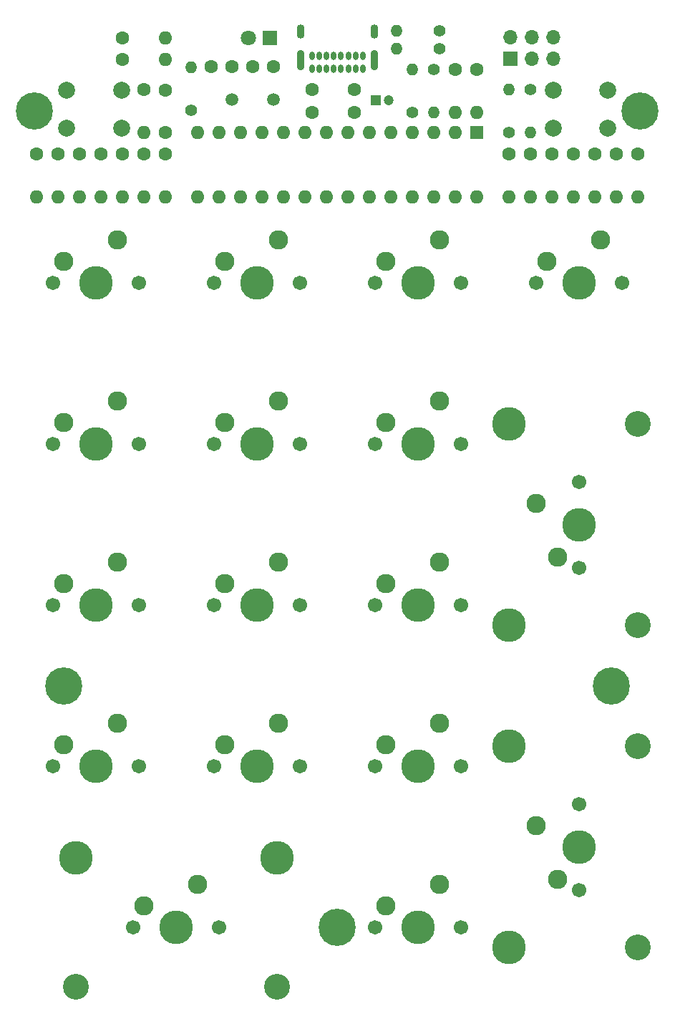
<source format=gts>
G04 #@! TF.GenerationSoftware,KiCad,Pcbnew,(6.0.2)*
G04 #@! TF.CreationDate,2022-03-11T17:30:27-05:00*
G04 #@! TF.ProjectId,RYCpad_pcb,52594370-6164-45f7-9063-622e6b696361,rev?*
G04 #@! TF.SameCoordinates,Original*
G04 #@! TF.FileFunction,Soldermask,Top*
G04 #@! TF.FilePolarity,Negative*
%FSLAX46Y46*%
G04 Gerber Fmt 4.6, Leading zero omitted, Abs format (unit mm)*
G04 Created by KiCad (PCBNEW (6.0.2)) date 2022-03-11 17:30:27*
%MOMM*%
%LPD*%
G01*
G04 APERTURE LIST*
%ADD10C,3.048000*%
%ADD11C,3.987800*%
%ADD12R,1.600000X1.600000*%
%ADD13O,1.600000X1.600000*%
%ADD14C,1.600000*%
%ADD15C,1.701800*%
%ADD16C,2.286000*%
%ADD17C,1.400000*%
%ADD18O,1.400000X1.400000*%
%ADD19C,4.400000*%
%ADD20C,2.000000*%
%ADD21R,1.700000X1.700000*%
%ADD22O,1.700000X1.700000*%
%ADD23O,0.650000X1.000000*%
%ADD24O,0.900000X1.700000*%
%ADD25O,0.900000X2.400000*%
%ADD26C,1.500000*%
%ADD27R,1.200000X1.200000*%
%ADD28C,1.200000*%
%ADD29R,1.800000X1.800000*%
%ADD30C,1.800000*%
G04 APERTURE END LIST*
D10*
X35560000Y11900000D03*
D11*
X20320000Y11900000D03*
D10*
X35560000Y-11900000D03*
D11*
X20320000Y-11900000D03*
D10*
X35560000Y-50000000D03*
D11*
X20320000Y-50000000D03*
D10*
X35560000Y-26200000D03*
D11*
X20320000Y-26200000D03*
X-30950000Y-39370000D03*
D10*
X-7150000Y-54610000D03*
D11*
X-7150000Y-39370000D03*
D10*
X-30950000Y-54610000D03*
D12*
X16510000Y46355000D03*
D13*
X13970000Y46355000D03*
X11430000Y46355000D03*
X8890000Y46355000D03*
X6350000Y46355000D03*
X3810000Y46355000D03*
X1270000Y46355000D03*
X-1270000Y46355000D03*
X-3810000Y46355000D03*
X-6350000Y46355000D03*
X-8890000Y46355000D03*
X-11430000Y46355000D03*
X-13970000Y46355000D03*
X-16510000Y46355000D03*
X-16510000Y38735000D03*
X-13970000Y38735000D03*
X-11430000Y38735000D03*
X-8890000Y38735000D03*
X-6350000Y38735000D03*
X-3810000Y38735000D03*
X-1270000Y38735000D03*
X1270000Y38735000D03*
X3810000Y38735000D03*
X6350000Y38735000D03*
X8890000Y38735000D03*
X11430000Y38735000D03*
X13970000Y38735000D03*
X16510000Y38735000D03*
D14*
X-22860000Y51435000D03*
D13*
X-22860000Y46355000D03*
D14*
X-25400000Y54991000D03*
D13*
X-20320000Y54991000D03*
D14*
X-25400000Y57531000D03*
D13*
X-20320000Y57531000D03*
D14*
X35560000Y43815000D03*
D13*
X35560000Y38735000D03*
D14*
X-35560000Y43815000D03*
D13*
X-35560000Y38735000D03*
D14*
X-20320000Y43815000D03*
D13*
X-20320000Y38735000D03*
D14*
X-22860000Y43815000D03*
D13*
X-22860000Y38735000D03*
D14*
X22860000Y43815000D03*
D13*
X22860000Y38735000D03*
D14*
X-30480000Y43815000D03*
D13*
X-30480000Y38735000D03*
D14*
X-25400000Y43815000D03*
D13*
X-25400000Y38735000D03*
D14*
X25400000Y43815000D03*
D13*
X25400000Y38735000D03*
D14*
X30480000Y43815000D03*
D13*
X30480000Y38735000D03*
D14*
X-27940000Y43815000D03*
D13*
X-27940000Y38735000D03*
D14*
X27940000Y43815000D03*
D13*
X27940000Y38735000D03*
D11*
X-28575000Y28575000D03*
D15*
X-23495000Y28575000D03*
X-33655000Y28575000D03*
D16*
X-26035000Y33655000D03*
X-32385000Y31115000D03*
D15*
X-14605000Y28575000D03*
X-4445000Y28575000D03*
D11*
X-9525000Y28575000D03*
D16*
X-6985000Y33655000D03*
X-13335000Y31115000D03*
D15*
X14605000Y28575000D03*
X4445000Y28575000D03*
D11*
X9525000Y28575000D03*
D16*
X12065000Y33655000D03*
X5715000Y31115000D03*
D11*
X28575000Y28575000D03*
D15*
X23495000Y28575000D03*
X33655000Y28575000D03*
D16*
X31115000Y33655000D03*
X24765000Y31115000D03*
D15*
X-33655000Y9525000D03*
D11*
X-28575000Y9525000D03*
D15*
X-23495000Y9525000D03*
D16*
X-26035000Y14605000D03*
X-32385000Y12065000D03*
D15*
X-4445000Y9525000D03*
D11*
X-9525000Y9525000D03*
D15*
X-14605000Y9525000D03*
D16*
X-6985000Y14605000D03*
X-13335000Y12065000D03*
D15*
X14605000Y9525000D03*
X4445000Y9525000D03*
D11*
X9525000Y9525000D03*
D16*
X12065000Y14605000D03*
X5715000Y12065000D03*
D11*
X28575000Y0D03*
D15*
X28575000Y5080000D03*
X28575000Y-5080000D03*
D16*
X23495000Y2540000D03*
X26035000Y-3810000D03*
D11*
X-28575000Y-9525000D03*
D15*
X-33655000Y-9525000D03*
X-23495000Y-9525000D03*
D16*
X-26035000Y-4445000D03*
X-32385000Y-6985000D03*
D15*
X-14605000Y-9525000D03*
X-4445000Y-9525000D03*
D11*
X-9525000Y-9525000D03*
D16*
X-6985000Y-4445000D03*
X-13335000Y-6985000D03*
D11*
X9525000Y-9525000D03*
D15*
X14605000Y-9525000D03*
X4445000Y-9525000D03*
D16*
X12065000Y-4445000D03*
X5715000Y-6985000D03*
D15*
X-23495000Y-28575000D03*
X-33655000Y-28575000D03*
D11*
X-28575000Y-28575000D03*
D16*
X-26035000Y-23495000D03*
X-32385000Y-26035000D03*
D15*
X-4445000Y-28575000D03*
X-14605000Y-28575000D03*
D11*
X-9525000Y-28575000D03*
D16*
X-6985000Y-23495000D03*
X-13335000Y-26035000D03*
D15*
X4445000Y-28575000D03*
D11*
X9525000Y-28575000D03*
D15*
X14605000Y-28575000D03*
D16*
X12065000Y-23495000D03*
X5715000Y-26035000D03*
D11*
X28575000Y-38100000D03*
D15*
X28575000Y-33020000D03*
X28575000Y-43180000D03*
D16*
X23495000Y-35560000D03*
X26035000Y-41910000D03*
D15*
X-13970000Y-47625000D03*
D11*
X-19050000Y-47625000D03*
D15*
X-24130000Y-47625000D03*
D16*
X-16510000Y-42545000D03*
X-22860000Y-45085000D03*
D15*
X14605000Y-47625000D03*
D11*
X9525000Y-47625000D03*
D15*
X4445000Y-47625000D03*
D16*
X12065000Y-42545000D03*
X5715000Y-45085000D03*
D17*
X22860000Y51435000D03*
D18*
X22860000Y46355000D03*
D17*
X12065000Y56261000D03*
D18*
X6985000Y56261000D03*
D17*
X12065000Y58420000D03*
D18*
X6985000Y58420000D03*
D17*
X20320000Y46355000D03*
D18*
X20320000Y51435000D03*
D17*
X11430000Y53848000D03*
D18*
X11430000Y48768000D03*
D19*
X35814000Y48895000D03*
X-35814000Y48895000D03*
D14*
X13970000Y53848000D03*
D13*
X13970000Y48768000D03*
D20*
X-25504000Y51363000D03*
X-32004000Y51363000D03*
X-25504000Y46863000D03*
X-32004000Y46863000D03*
D14*
X20320000Y43815000D03*
D13*
X20320000Y38735000D03*
D14*
X-20320000Y46355000D03*
X-20320000Y51355000D03*
D21*
X20447000Y55118000D03*
D22*
X20447000Y57658000D03*
X22987000Y55118000D03*
X22987000Y57658000D03*
X25527000Y55118000D03*
X25527000Y57658000D03*
D23*
X2975000Y53900000D03*
X2125000Y53900000D03*
X1275000Y53900000D03*
X425000Y53900000D03*
X-425000Y53900000D03*
X-1275000Y53900000D03*
X-2125000Y53900000D03*
X-2975000Y53900000D03*
X-2975000Y55450000D03*
X-2125000Y55450000D03*
X-1275000Y55450000D03*
X-425000Y55450000D03*
X425000Y55450000D03*
X1275000Y55450000D03*
X2125000Y55450000D03*
X2975000Y55450000D03*
D24*
X-4325000Y58360000D03*
D25*
X4325000Y54980000D03*
D24*
X4325000Y58360000D03*
D25*
X-4325000Y54980000D03*
D14*
X16510000Y53848000D03*
D13*
X16510000Y48768000D03*
D14*
X33020000Y43815000D03*
D13*
X33020000Y38735000D03*
D17*
X8890000Y48768000D03*
D18*
X8890000Y53848000D03*
D14*
X-33020000Y43815000D03*
D13*
X-33020000Y38735000D03*
D19*
X-32385000Y-19050000D03*
X0Y-47625000D03*
X32385000Y-19050000D03*
D20*
X25504000Y51363000D03*
X32004000Y51363000D03*
X25504000Y46863000D03*
X32004000Y46863000D03*
D17*
X-17272000Y49022000D03*
D18*
X-17272000Y54102000D03*
D26*
X-12446000Y50292000D03*
X-7566000Y50292000D03*
D14*
X-12446000Y54152800D03*
X-14946000Y54152800D03*
D27*
X4572000Y50165000D03*
D28*
X6072000Y50165000D03*
D14*
X2032000Y51435000D03*
X-2968000Y51435000D03*
X2032000Y48768000D03*
X-2968000Y48768000D03*
X-7569200Y54152800D03*
X-10069200Y54152800D03*
D29*
X-8001000Y57531000D03*
D30*
X-10541000Y57531000D03*
M02*

</source>
